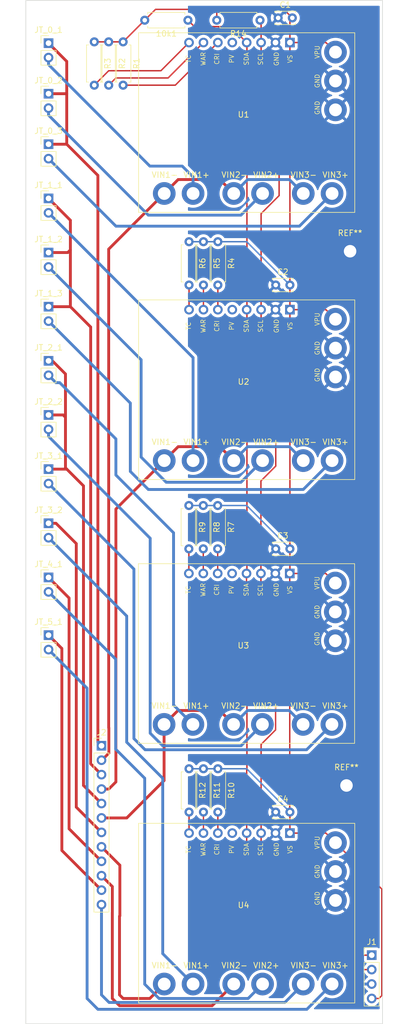
<source format=kicad_pcb>
(kicad_pcb (version 20211014) (generator pcbnew)
  (layers (0 "F.Cu" signal) (31 "B.Cu" signal) (34 "B.Paste" user) (35 "F.Paste" user) (36 "B.SilkS" user "B.Silkscreen") (37 "F.SilkS" user "F.Silkscreen") (38 "B.Mask" user) (39 "F.Mask" user) (44 "Edge.Cuts" user))
  (net 0 "")
  (net 1 "I2C3_SDA")
  (net 2 "3V3")
  (net 3 "GND")
  (net 4 "I4B")
  (net 5 "I5B")
  (net 6 "I6B")
  (net 7 "I1B")
  (net 8 "I2B")
  (net 9 "I3B")
  (net 10 "I7B")
  (net 11 "I8B")
  (net 12 "I9B")
  (net 13 "I10B")
  (net 14 "I11B")
  (net 15 "I12B")
  (net 16 "TRACK0_0")
  (net 17 "TRACK1_0")
  (net 18 "TRACK2_0")
  (net 19 "TRACK3_0")
  (net 20 "TRACK4_0")
  (net 21 "TRACK5_0")
  (net 22 "Net-(R1-Pad2)")
  (net 23 "Net-(R2-Pad2)")
  (net 24 "Net-(R3-Pad2)")
  (net 25 "Net-(R4-Pad2)")
  (net 26 "Net-(R5-Pad2)")
  (net 27 "Net-(R6-Pad2)")
  (net 28 "I2C3_SCL")
  (net 29 "Net-(R10-Pad2)")
  (net 30 "Net-(R11-Pad2)")
  (net 31 "Net-(R12-Pad2)")
  (net 32 "Net-(R8-Pad2)")
  (net 33 "Net-(R9-Pad2)")
  (net 34 "I1A")
  (net 39 "I4A")
  (net 40 "I7A")
  (net 41 "I10A")
  (net 42 "I11A")
  (net 43 "I12A")
  (net 44 "Net-(R7-Pad2)")
  (footprint "Connector_PinHeader_2.54mm:PinHeader_1x04_P2.54mm_Vertical" (layer "F.Cu") (at 160.655 175.895)
    (fp_text reference "J1" (at 0 -2.33) (layer "F.SilkS"))
    (fp_text value "Conn_01x04_Male")
    (pad "1" thru_hole rect locked (at 0 0) (size 1.7 1.7) (drill 1) (layers *.Cu *.Mask) (net 28 "I2C3_SCL"))
    (pad "2" thru_hole oval locked (at 0 2.54) (size 1.7 1.7) (drill 1) (layers *.Cu *.Mask) (net 1 "I2C3_SDA"))
    (pad "3" thru_hole oval locked (at 0 5.08) (size 1.7 1.7) (drill 1) (layers *.Cu *.Mask) (net 3 "GND"))
    (pad "4" thru_hole oval locked (at 0 7.62) (size 1.7 1.7) (drill 1) (layers *.Cu *.Mask) (net 2 "3V3"))
  )
  (footprint "Capacitor_THT:C_Disc_D3.4mm_W2.1mm_P2.50mm" (layer "F.Cu") (at 144.165 11.025)
    (fp_text reference "C1" (at 1.25 -2.3) (layer "F.SilkS"))
    (fp_text value "100nF")
    (pad "1" thru_hole circle locked (at 0 0) (size 1.6 1.6) (drill 0.8) (layers *.Cu *.Mask) (net 3 "GND"))
    (pad "2" thru_hole circle locked (at 2.5 0) (size 1.6 1.6) (drill 0.8) (layers *.Cu *.Mask) (net 2 "3V3"))
  )
  (footprint "Resistor_THT:R_Axial_DIN0207_L6.3mm_D2.5mm_P7.62mm_Horizontal" (layer "F.Cu") (at 130.97 96.8 -90)
    (fp_text reference "R8" (at 3.81 -2.37 90) (layer "F.SilkS"))
    (fp_text value "10k")
    (pad "1" thru_hole circle locked (at 0 0 270) (size 1.6 1.6) (drill 0.8) (layers *.Cu *.Mask) (net 2 "3V3"))
    (pad "2" thru_hole oval locked (at 7.62 0 270) (size 1.6 1.6) (drill 0.8) (layers *.Cu *.Mask) (net 32 "Net-(R8-Pad2)"))
  )
  (footprint "Connector_PinHeader_2.54mm:PinHeader_1x02_P2.54mm_Vertical" (layer "F.Cu") (at 103.695 61.825)
    (fp_text reference "JT_1_3" (at 0 -2.33) (layer "F.SilkS"))
    (fp_text value "Screw_Terminal_01x02")
    (pad "1" thru_hole rect locked (at 0 0) (size 1.7 1.7) (drill 1) (layers *.Cu *.Mask) (net 17 "TRACK1_0"))
    (pad "2" thru_hole oval locked (at 0 2.54) (size 1.7 1.7) (drill 1) (layers *.Cu *.Mask) (net 6 "I6B"))
  )
  (footprint "Jwm:INA3221_Module" (layer "F.Cu") (at 146.27 154.485)
    (fp_text reference "U4" (at -8.2 12.62) (layer "F.SilkS"))
    (fp_text value "INA3221_Module")
    (fp_text user "GND" (at 4.8 6.7 90) (layer "F.SilkS") (effects (font (size 0.8 0.8) (thickness 0.11))))
    (fp_text user "VIN3+" (at 8 23.22 -180) (layer "F.SilkS"))
    (fp_text user "VIN1-" (at -22.1 23.22 -180) (layer "F.SilkS"))
    (fp_text user "VPU" (at 4.8 1.62 90) (layer "F.SilkS") (effects (font (size 0.8 0.8) (thickness 0.11))))
    (fp_text user "CRI" (at -12.9 2.82 90) (layer "F.SilkS") (effects (font (size 0.8 0.8) (thickness 0.11))))
    (fp_text user "VIN2+" (at -4.2 23.22 -180) (layer "F.SilkS"))
    (fp_text user "GND" (at -2.4 2.82 90) (layer "F.SilkS") (effects (font (size 0.8 0.8) (thickness 0.11))))
    (fp_text user "VS" (at 0 2.82 90) (layer "F.SilkS") (effects (font (size 0.8 0.8) (thickness 0.11))))
    (fp_text user "TC" (at -17.9 2.82 90) (layer "F.SilkS") (effects (font (size 0.8 0.8) (thickness 0.11))))
    (fp_text user "VIN3-" (at 2.4 23.22 -180) (layer "F.SilkS"))
    (fp_text user "SDA" (at -7.7 2.82 90) (layer "F.SilkS") (effects (font (size 0.8 0.8) (thickness 0.11))))
    (fp_text user "PV" (at -10.3 2.82 90) (layer "F.SilkS") (effects (font (size 0.8 0.8) (thickness 0.11))))
    (fp_text user "VIN1+" (at -16.5 23.22 -180) (layer "F.SilkS"))
    (fp_text user "SCL" (at -5.2 2.82 90) (layer "F.SilkS") (effects (font (size 0.8 0.8) (thickness 0.11))))
    (fp_text user "WAR" (at -15.3 2.82 90) (layer "F.SilkS") (effects (font (size 0.8 0.8) (thickness 0.11))))
    (fp_text user "VIN2-" (at -9.8 23.22 -180) (layer "F.SilkS"))
    (fp_text user "GND" (at 4.8 11.42 90) (layer "F.SilkS") (effects (font (size 0.8 0.8) (thickness 0.11))))
    (pad "1" thru_hole rect locked (at -0.03 -0.06 180) (size 1.7 1.7) (drill 1) (layers *.Cu *.Mask) (net 2 "3V3"))
    (pad "2" thru_hole circle locked (at 8 6.7 180) (size 4 4) (drill 2.25) (layers *.Cu *.Mask) (net 3 "GND"))
    (pad "2" thru_hole circle locked (at -2.57 -0.06 180) (size 1.7 1.7) (drill 1) (layers *.Cu *.Mask) (net 3 "GND"))
    (pad "2" thru_hole circle locked (at 8 11.78 180) (size 4 4) (drill 2.25) (layers *.Cu *.Mask) (net 3 "GND"))
    (pad "3" thru_hole circle locked (at -5.11 -0.06 180) (size 1.7 1.7) (drill 1) (layers *.Cu *.Mask) (net 28 "I2C3_SCL"))
    (pad "4" thru_hole circle locked (at -7.65 -0.06 180) (size 1.7 1.7) (drill 1) (layers *.Cu *.Mask) (net 1 "I2C3_SDA"))
    (pad "5" thru_hole circle locked (at -10.19 -0.06 180) (size 1.7 1.7) (drill 1) (layers *.Cu *.Mask))
    (pad "6" thru_hole circle locked (at -12.73 -0.06 180) (size 1.7 1.7) (drill 1) (layers *.Cu *.Mask) (net 29 "Net-(R10-Pad2)"))
    (pad "7" thru_hole circle locked (at -15.27 -0.06 180) (size 1.7 1.7) (drill 1) (layers *.Cu *.Mask) (net 30 "Net-(R11-Pad2)"))
    (pad "8" thru_hole circle locked (at -17.81 -0.06 180) (size 1.7 1.7) (drill 1) (layers *.Cu *.Mask) (net 31 "Net-(R12-Pad2)"))
    (pad "9" thru_hole circle locked (at -22.18 26.49 180) (size 4 4) (drill 2.25) (layers *.Cu *.Mask) (net 41 "I10A"))
    (pad "10" thru_hole circle locked (at -17.1 26.49 180) (size 4 4) (drill 2.25) (layers *.Cu *.Mask) (net 13 "I10B"))
    (pad "11" thru_hole circle locked (at -9.93 26.49 180) (size 4 4) (drill 2.25) (layers *.Cu *.Mask) (net 42 "I11A"))
    (pad "12" thru_hole circle locked (at -4.85 26.49 180) (size 4 4) (drill 2.25) (layers *.Cu *.Mask) (net 14 "I11B"))
    (pad "13" thru_hole circle locked (at 2.32 26.49 180) (size 4 4) (drill 2.25) (layers *.Cu *.Mask) (net 43 "I12A"))
    (pad "14" thru_hole circle locked (at 7.4 26.49 180) (size 4 4) (drill 2.25) (layers *.Cu *.Mask) (net 15 "I12B"))
    (pad "15" thru_hole circle locked (at 8 1.62 180) (size 4 4) (drill 2.25) (layers *.Cu *.Mask) (net 2 "3V3"))
  )
  (footprint "Connector_PinHeader_2.54mm:PinHeader_1x02_P2.54mm_Vertical" (layer "F.Cu") (at 103.695 90.4)
    (fp_text reference "JT_3_1" (at 0 -2.33) (layer "F.SilkS"))
    (fp_text value "Screw_Terminal_01x02")
    (pad "1" thru_hole rect locked (at 0 0) (size 1.7 1.7) (drill 1) (layers *.Cu *.Mask) (net 18 "TRACK2_0"))
    (pad "2" thru_hole oval locked (at 0 2.54) (size 1.7 1.7) (drill 1) (layers *.Cu *.Mask) (net 12 "I9B"))
  )
  (footprint "Connector_PinHeader_2.54mm:PinHeader_1x02_P2.54mm_Vertical" (layer "F.Cu") (at 103.695 42.775)
    (fp_text reference "JT_1_1" (at 0 -2.33) (layer "F.SilkS"))
    (fp_text value "Screw_Terminal_01x02")
    (pad "1" thru_hole rect locked (at 0 0) (size 1.7 1.7) (drill 1) (layers *.Cu *.Mask) (net 17 "TRACK1_0"))
    (pad "2" thru_hole oval locked (at 0 2.54) (size 1.7 1.7) (drill 1) (layers *.Cu *.Mask) (net 4 "I4B"))
  )
  (footprint "Resistor_THT:R_Axial_DIN0207_L6.3mm_D2.5mm_P7.62mm_Horizontal" (layer "F.Cu") (at 128.46 143.105 -90)
    (fp_text reference "R12" (at 3.81 -2.37 90) (layer "F.SilkS"))
    (fp_text value "10k")
    (pad "1" thru_hole circle locked (at 0 0 270) (size 1.6 1.6) (drill 0.8) (layers *.Cu *.Mask) (net 2 "3V3"))
    (pad "2" thru_hole oval locked (at 7.62 0 270) (size 1.6 1.6) (drill 0.8) (layers *.Cu *.Mask) (net 31 "Net-(R12-Pad2)"))
  )
  (footprint "MountingHole:MountingHole_2.2mm_M2" (layer "F.Cu") (at 156.845 52.07)
    (fp_text reference "REF**" (at 0 -3.2) (layer "F.SilkS"))
    (fp_text value "MountingHole_2.2mm_M2")
    (pad "" np_thru_hole circle locked (at 0 0) (size 2.2 2.2) (drill 2.2) (layers *.Cu *.Mask))
  )
  (footprint "Resistor_THT:R_Axial_DIN0207_L6.3mm_D2.5mm_P7.62mm_Horizontal" (layer "F.Cu") (at 128.46 50.395 -90)
    (fp_text reference "R6" (at 3.81 -2.37 90) (layer "F.SilkS"))
    (fp_text value "10k")
    (pad "1" thru_hole circle locked (at 0 0 270) (size 1.6 1.6) (drill 0.8) (layers *.Cu *.Mask) (net 2 "3V3"))
    (pad "2" thru_hole oval locked (at 7.62 0 270) (size 1.6 1.6) (drill 0.8) (layers *.Cu *.Mask) (net 27 "Net-(R6-Pad2)"))
  )
  (footprint "Jwm:INA3221_Module" (layer "F.Cu") (at 146.24 108.815)
    (fp_text reference "U3" (at -8.2 12.62) (layer "F.SilkS"))
    (fp_text value "INA3221_Module")
    (fp_text user "VIN3+" (at 8 23.22 -180) (layer "F.SilkS"))
    (fp_text user "VS" (at 0 2.82 90) (layer "F.SilkS") (effects (font (size 0.8 0.8) (thickness 0.11))))
    (fp_text user "GND" (at 4.8 11.42 90) (layer "F.SilkS") (effects (font (size 0.8 0.8) (thickness 0.11))))
    (fp_text user "VIN2-" (at -9.8 23.22 -180) (layer "F.SilkS"))
    (fp_text user "GND" (at -2.4 2.82 90) (layer "F.SilkS") (effects (font (size 0.8 0.8) (thickness 0.11))))
    (fp_text user "PV" (at -10.3 2.82 90) (layer "F.SilkS") (effects (font (size 0.8 0.8) (thickness 0.11))))
    (fp_text user "VIN1-" (at -22.1 23.22 -180) (layer "F.SilkS"))
    (fp_text user "VIN3-" (at 2.4 23.22 -180) (layer "F.SilkS"))
    (fp_text user "VPU" (at 4.8 1.62 90) (layer "F.SilkS") (effects (font (size 0.8 0.8) (thickness 0.11))))
    (fp_text user "SDA" (at -7.7 2.82 90) (layer "F.SilkS") (effects (font (size 0.8 0.8) (thickness 0.11))))
    (fp_text user "VIN2+" (at -4.2 23.22 -180) (layer "F.SilkS"))
    (fp_text user "GND" (at 4.8 6.7 90) (layer "F.SilkS") (effects (font (size 0.8 0.8) (thickness 0.11))))
    (fp_text user "CRI" (at -12.9 2.82 90) (layer "F.SilkS") (effects (font (size 0.8 0.8) (thickness 0.11))))
    (fp_text user "TC" (at -17.9 2.82 90) (layer "F.SilkS") (effects (font (size 0.8 0.8) (thickness 0.11))))
    (fp_text user "WAR" (at -15.3 2.82 90) (layer "F.SilkS") (effects (font (size 0.8 0.8) (thickness 0.11))))
    (fp_text user "SCL" (at -5.2 2.82 90) (layer "F.SilkS") (effects (font (size 0.8 0.8) (thickness 0.11))))
    (fp_text user "VIN1+" (at -16.5 23.22 -180) (layer "F.SilkS"))
    (pad "1" thru_hole rect locked (at -0.03 -0.06 180) (size 1.7 1.7) (drill 1) (layers *.Cu *.Mask) (net 2 "3V3"))
    (pad "2" thru_hole circle locked (at 8 11.78 180) (size 4 4) (drill 2.25) (layers *.Cu *.Mask) (net 3 "GND"))
    (pad "2" thru_hole circle locked (at 8 6.7 180) (size 4 4) (drill 2.25) (layers *.Cu *.Mask) (net 3 "GND"))
    (pad "2" thru_hole circle locked (at -2.57 -0.06 180) (size 1.7 1.7) (drill 1) (layers *.Cu *.Mask) (net 3 "GND"))
    (pad "3" thru_hole circle locked (at -5.11 -0.06 180) (size 1.7 1.7) (drill 1) (layers *.Cu *.Mask) (net 28 "I2C3_SCL"))
    (pad "4" thru_hole circle locked (at -7.65 -0.06 180) (size 1.7 1.7) (drill 1) (layers *.Cu *.Mask) (net 1 "I2C3_SDA"))
    (pad "5" thru_hole circle locked (at -10.19 -0.06 180) (size 1.7 1.7) (drill 1) (layers *.Cu *.Mask))
    (pad "6" thru_hole circle locked (at -12.73 -0.06 180) (size 1.7 1.7) (drill 1) (layers *.Cu *.Mask) (net 44 "Net-(R7-Pad2)"))
    (pad "7" thru_hole circle locked (at -15.27 -0.06 180) (size 1.7 1.7) (drill 1) (layers *.Cu *.Mask) (net 32 "Net-(R8-Pad2)"))
    (pad "8" thru_hole circle locked (at -17.81 -0.06 180) (size 1.7 1.7) (drill 1) (layers *.Cu *.Mask) (net 33 "Net-(R9-Pad2)"))
    (pad "9" thru_hole circle locked (at -22.18 26.49 180) (size 4 4) (drill 2.25) (layers *.Cu *.Mask) (net 40 "I7A"))
    (pad "10" thru_hole circle locked (at -17.1 26.49 180) (size 4 4) (drill 2.25) (layers *.Cu *.Mask) (net 10 "I7B"))
    (pad "11" thru_hole circle locked (at -9.93 26.49 180) (size 4 4) (drill 2.25) (layers *.Cu *.Mask) (net 40 "I7A"))
    (pad "12" thru_hole circle locked (at -4.85 26.49 180) (size 4 4) (drill 2.25) (layers *.Cu *.Mask) (net 11 "I8B"))
    (pad "13" thru_hole circle locked (at 2.32 26.49 180) (size 4 4) (drill 2.25) (layers *.Cu *.Mask) (net 40 "I7A"))
    (pad "14" thru_hole circle locked (at 7.4 26.49 180) (size 4 4) (drill 2.25) (layers *.Cu *.Mask) (net 12 "I9B"))
    (pad "15" thru_hole circle locked (at 8 1.62 180) (size 4 4) (drill 2.25) (layers *.Cu *.Mask) (net 2 "3V3"))
  )
  (footprint "Connector_PinHeader_2.54mm:PinHeader_1x02_P2.54mm_Vertical" (layer "F.Cu") (at 103.695 24.36)
    (fp_text reference "JT_0_2" (at 0 -2.33) (layer "F.SilkS"))
    (fp_text value "Screw_Terminal_01x02")
    (pad "1" thru_hole rect locked (at 0 0) (size 1.7 1.7) (drill 1) (layers *.Cu *.Mask) (net 16 "TRACK0_0"))
    (pad "2" thru_hole oval locked (at 0 2.54) (size 1.7 1.7) (drill 1) (layers *.Cu *.Mask) (net 8 "I2B"))
  )
  (footprint "Resistor_THT:R_Axial_DIN0207_L6.3mm_D2.5mm_P7.62mm_Horizontal" (layer "F.Cu") (at 133.54 143.105 -90)
    (fp_text reference "R10" (at 3.81 -2.37 90) (layer "F.SilkS"))
    (fp_text value "10k")
    (pad "1" thru_hole circle locked (at 0 0 270) (size 1.6 1.6) (drill 0.8) (layers *.Cu *.Mask) (net 2 "3V3"))
    (pad "2" thru_hole oval locked (at 7.62 0 270) (size 1.6 1.6) (drill 0.8) (layers *.Cu *.Mask) (net 29 "Net-(R10-Pad2)"))
  )
  (footprint "Capacitor_THT:C_Disc_D3.4mm_W2.1mm_P2.50mm" (layer "F.Cu") (at 143.74 150.725)
    (fp_text reference "C4" (at 1.25 -2.3) (layer "F.SilkS"))
    (fp_text value "100nF")
    (pad "1" thru_hole circle locked (at 0 0) (size 1.6 1.6) (drill 0.8) (layers *.Cu *.Mask) (net 3 "GND"))
    (pad "2" thru_hole circle locked (at 2.5 0) (size 1.6 1.6) (drill 0.8) (layers *.Cu *.Mask) (net 2 "3V3"))
  )
  (footprint "Resistor_THT:R_Axial_DIN0207_L6.3mm_D2.5mm_P7.62mm_Horizontal" (layer "F.Cu") (at 128.43 96.8 -90)
    (fp_text reference "R9" (at 3.81 -2.37 90) (layer "F.SilkS"))
    (fp_text value "10k")
    (pad "1" thru_hole circle locked (at 0 0 270) (size 1.6 1.6) (drill 0.8) (layers *.Cu *.Mask) (net 2 "3V3"))
    (pad "2" thru_hole oval locked (at 7.62 0 270) (size 1.6 1.6) (drill 0.8) (layers *.Cu *.Mask) (net 33 "Net-(R9-Pad2)"))
  )
  (footprint "Resistor_THT:R_Axial_DIN0207_L6.3mm_D2.5mm_P7.62mm_Horizontal" (layer "F.Cu") (at 133.54 50.395 -90)
    (fp_text reference "R4" (at 3.81 -2.37 90) (layer "F.SilkS"))
    (fp_text value "10k")
    (pad "1" thru_hole circle locked (at 0 0 270) (size 1.6 1.6) (drill 0.8) (layers *.Cu *.Mask) (net 2 "3V3"))
    (pad "2" thru_hole oval locked (at 7.62 0 270) (size 1.6 1.6) (drill 0.8) (layers *.Cu *.Mask) (net 25 "Net-(R4-Pad2)"))
  )
  (footprint "Jwm:INA3221_Module" (layer "F.Cu") (at 146.27 62.41)
    (fp_text reference "U2" (at -8.2 12.62) (layer "F.SilkS"))
    (fp_text value "INA3221_Module")
    (fp_text user "GND" (at -2.4 2.82 90) (layer "F.SilkS") (effects (font (size 0.8 0.8) (thickness 0.11))))
    (fp_text user "VIN3+" (at 8 23.22 -180) (layer "F.SilkS"))
    (fp_text user "VIN2-" (at -9.8 23.22 -180) (layer "F.SilkS"))
    (fp_text user "GND" (at 4.8 11.42 90) (layer "F.SilkS") (effects (font (size 0.8 0.8) (thickness 0.11))))
    (fp_text user "SDA" (at -7.7 2.82 90) (layer "F.SilkS") (effects (font (size 0.8 0.8) (thickness 0.11))))
    (fp_text user "VIN1+" (at -16.5 23.22 -180) (layer "F.SilkS"))
    (fp_text user "PV" (at -10.3 2.82 90) (layer "F.SilkS") (effects (font (size 0.8 0.8) (thickness 0.11))))
    (fp_text user "TC" (at -17.9 2.82 90) (layer "F.SilkS") (effects (font (size 0.8 0.8) (thickness 0.11))))
    (fp_text user "GND" (at 4.8 6.7 90) (layer "F.SilkS") (effects (font (size 0.8 0.8) (thickness 0.11))))
    (fp_text user "SCL" (at -5.2 2.82 90) (layer "F.SilkS") (effects (font (size 0.8 0.8) (thickness 0.11))))
    (fp_text user "VIN3-" (at 2.4 23.22 -180) (layer "F.SilkS"))
    (fp_text user "VIN2+" (at -4.2 23.22 -180) (layer "F.SilkS"))
    (fp_text user "VS" (at 0 2.82 90) (layer "F.SilkS") (effects (font (size 0.8 0.8) (thickness 0.11))))
    (fp_text user "VPU" (at 4.8 1.62 90) (layer "F.SilkS") (effects (font (size 0.8 0.8) (thickness 0.11))))
    (fp_text user "VIN1-" (at -22.1 23.22 -180) (layer "F.SilkS"))
    (fp_text user "CRI" (at -12.9 2.82 90) (layer "F.SilkS") (effects (font (size 0.8 0.8) (thickness 0.11))))
    (fp_text user "WAR" (at -15.3 2.82 90) (layer "F.SilkS") (effects (font (size 0.8 0.8) (thickness 0.11))))
    (pad "1" thru_hole rect locked (at -0.03 -0.06 180) (size 1.7 1.7) (drill 1) (layers *.Cu *.Mask) (net 2 "3V3"))
    (pad "2" thru_hole circle locked (at 8 6.7 180) (size 4 4) (drill 2.25) (layers *.Cu *.Mask) (net 3 "GND"))
    (pad "2" thru_hole circle locked (at 8 11.78 180) (size 4 4) (drill 2.25) (layers *.Cu *.Mask) (net 3 "GND"))
    (pad "2" thru_hole circle locked (at -2.57 -0.06 180) (size 1.7 1.7) (drill 1) (layers *.Cu *.Mask) (net 3 "GND"))
    (pad "3" thru_hole circle locked (at -5.11 -0.06 180) (size 1.7 1.7) (drill 1) (layers *.Cu *.Mask) (net 28 "I2C3_SCL"))
    (pad "4" thru_hole circle locked (at -7.65 -0.06 180) (size 1.7 1.7) (drill 1) (layers *.Cu *.Mask) (net 1 "I2C3_SDA"))
    (pad "5" thru_hole circle locked (at -10.19 -0.06 180) (size 1.7 1.7) (drill 1) (layers *.Cu *.Mask))
    (pad "6" thru_hole circle locked (at -12.73 -0.06 180) (size 1.7 1.7) (drill 1) (layers *.Cu *.Mask) (net 25 "Net-(R4-Pad2)"))
    (pad "7" thru_hole circle locked (at -15.27 -0.06 180) (size 1.7 1.7) (drill 1) (layers *.Cu *.Mask) (net 26 "Net-(R5-Pad2)"))
    (pad "8" thru_hole circle locked (at -17.81 -0.06 180) (size 1.7 1.7) (drill 1) (layers *.Cu *.Mask) (net 27 "Net-(R6-Pad2)"))
    (pad "9" thru_hole circle locked (at -22.18 26.49 180) (size 4 4) (drill 2.25) (layers *.Cu *.Mask) (net 39 "I4A"))
    (pad "10" thru_hole circle locked (at -17.1 26.49 180) (size 4 4) (drill 2.25) (layers *.Cu *.Mask) (net 4 "I4B"))
    (pad "11" thru_hole circle locked (at -9.93 26.49 180) (size 4 4) (drill 2.25) (layers *.Cu *.Mask) (net 39 "I4A"))
    (pad "12" thru_hole circle locked (at -4.85 26.49 180) (size 4 4) (drill 2.25) (layers *.Cu *.Mask) (net 5 "I5B"))
    (pad "13" thru_hole circle locked (at 2.32 26.49 180) (size 4 4) (drill 2.25) (layers *.Cu *.Mask) (net 39 "I4A"))
    (pad "14" thru_hole circle locked (at 7.4 26.49 180) (size 4 4) (drill 2.25) (layers *.Cu *.Mask) (net 6 "I6B"))
    (pad "15" thru_hole circle locked (at 8 1.62 180) (size 4 4) (drill 2.25) (layers *.Cu *.Mask) (net 2 "3V3"))
  )
  (footprint "Connector_PinHeader_2.54mm:PinHeader_1x02_P2.54mm_Vertical" (layer "F.Cu") (at 103.695 80.87)
    (fp_text reference "JT_2_2" (at 0 -2.33) (layer "F.SilkS"))
    (fp_text value "Screw_Terminal_01x02")
    (pad "1" thru_hole rect locked (at 0 0) (size 1.7 1.7) (drill 1) (layers *.Cu *.Mask) (net 18 "TRACK2_0"))
    (pad "2" thru_hole oval locked (at 0 2.54) (size 1.7 1.7) (drill 1) (layers *.Cu *.Mask) (net 11 "I8B"))
  )
  (footprint "Resistor_THT:R_Axial_DIN0207_L6.3mm_D2.5mm_P7.62mm_Horizontal" (layer "F.Cu") (at 128.27 11.43 180)
    (fp_text reference "10k1" (at 3.81 -2.37) (layer "F.SilkS"))
    (fp_text value "R13")
    (pad "1" thru_hole circle locked (at 0 0 180) (size 1.6 1.6) (drill 0.8) (layers *.Cu *.Mask) (net 1 "I2C3_SDA"))
    (pad "2" thru_hole oval locked (at 7.62 0 180) (size 1.6 1.6) (drill 0.8) (layers *.Cu *.Mask) (net 2 "3V3"))
  )
  (footprint "Resistor_THT:R_Axial_DIN0207_L6.3mm_D2.5mm_P7.62mm_Horizontal" (layer "F.Cu") (at 131 50.395 -90)
    (fp_text reference "R5" (at 3.81 -2.37 90) (layer "F.SilkS"))
    (fp_text value "10k")
    (pad "1" thru_hole circle locked (at 0 0 270) (size 1.6 1.6) (drill 0.8) (layers *.Cu *.Mask) (net 2 "3V3"))
    (pad "2" thru_hole oval locked (at 7.62 0 270) (size 1.6 1.6) (drill 0.8) (layers *.Cu *.Mask) (net 26 "Net-(R5-Pad2)"))
  )
  (footprint "Capacitor_THT:C_Disc_D3.4mm_W2.1mm_P2.50mm" (layer "F.Cu") (at 143.74 104.42)
    (fp_text reference "C3" (at 1.25 -2.3) (layer "F.SilkS"))
    (fp_text value "100nF")
    (pad "1" thru_hole circle locked (at 0 0) (size 1.6 1.6) (drill 0.8) (layers *.Cu *.Mask) (net 3 "GND"))
    (pad "2" thru_hole circle locked (at 2.5 0) (size 1.6 1.6) (drill 0.8) (layers *.Cu *.Mask) (net 2 "3V3"))
  )
  (footprint "Resistor_THT:R_Axial_DIN0207_L6.3mm_D2.5mm_P7.62mm_Horizontal" (layer "F.Cu") (at 111.76 15.24 -90)
    (fp_text reference "R3" (at 3.81 -2.37 90) (layer "F.SilkS"))
    (fp_text value "10k")
    (pad "1" thru_hole circle locked (at 0 0 270) (size 1.6 1.6) (drill 0.8) (layers *.Cu *.Mask) (net 2 "3V3"))
    (pad "2" thru_hole oval locked (at 7.62 0 270) (size 1.6 1.6) (drill 0.8) (layers *.Cu *.Mask) (net 24 "Net-(R3-Pad2)"))
  )
  (footprint "Connector_PinHeader_2.54mm:PinHeader_1x02_P2.54mm_Vertical" (layer "F.Cu") (at 103.695 99.925)
    (fp_text reference "JT_3_2" (at 0 -2.33) (layer "F.SilkS"))
    (fp_text value "Screw_Terminal_01x02")
    (pad "1" thru_hole rect locked (at 0 0) (size 1.7 1.7) (drill 1) (layers *.Cu *.Mask) (net 19 "TRACK3_0"))
    (pad "2" thru_hole oval locked (at 0 2.54) (size 1.7 1.7) (drill 1) (layers *.Cu *.Mask) (net 13 "I10B"))
  )
  (footprint "Connector_PinHeader_2.54mm:PinHeader_1x12_P2.54mm_Vertical" (layer "F.Cu") (at 113.03 139.06)
    (fp_text reference "J2" (at 0 -2.33) (layer "F.SilkS"))
    (fp_text value "Conn_01x12_Male")
    (pad "1" thru_hole rect locked (at 0 0) (size 1.7 1.7) (drill 1) (layers *.Cu *.Mask) (net 16 "TRACK0_0"))
    (pad "2" thru_hole oval locked (at 0 2.54) (size 1.7 1.7) (drill 1) (layers *.Cu *.Mask) (net 34 "I1A"))
    (pad "3" thru_hole oval locked (at 0 5.08) (size 1.7 1.7) (drill 1) (layers *.Cu *.Mask) (net 17 "TRACK1_0"))
    (pad "4" thru_hole oval locked (at 0 7.62) (size 1.7 1.7) (drill 1) (layers *.Cu *.Mask) (net 39 "I4A"))
    (pad "5" thru_hole oval locked (at 0 10.16) (size 1.7 1.7) (drill 1) (layers *.Cu *.Mask) (net 18 "TRACK2_0"))
    (pad "6" thru_hole oval locked (at 0 12.7) (size 1.7 1.7) (drill 1) (layers *.Cu *.Mask) (net 40 "I7A"))
    (pad "7" thru_hole oval locked (at 0 15.24) (size 1.7 1.7) (drill 1) (layers *.Cu *.Mask) (net 19 "TRACK3_0"))
    (pad "8" thru_hole oval locked (at 0 17.78) (size 1.7 1.7) (drill 1) (layers *.Cu *.Mask) (net 41 "I10A"))
    (pad "9" thru_hole oval locked (at 0 20.32) (size 1.7 1.7) (drill 1) (layers *.Cu *.Mask) (net 20 "TRACK4_0"))
    (pad "10" thru_hole oval locked (at 0 22.86) (size 1.7 1.7) (drill 1) (layers *.Cu *.Mask) (net 42 "I11A"))
    (pad "11" thru_hole oval locked (at 0 25.4) (size 1.7 1.7) (drill 1) (layers *.Cu *.Mask) (net 21 "TRACK5_0"))
    (pad "12" thru_hole oval locked (at 0 27.94) (size 1.7 1.7) (drill 1) (layers *.Cu *.Mask) (net 43 "I12A"))
  )
  (footprint "Connector_PinHeader_2.54mm:PinHeader_1x02_P2.54mm_Vertical" (layer "F.Cu") (at 103.695 52.3)
    (fp_text reference "JT_1_2" (at 0 -2.33) (layer "F.SilkS"))
    (fp_text value "Screw_Terminal_01x02")
    (pad "1" thru_hole rect locked (at 0 0) (size 1.7 1.7) (drill 1) (layers *.Cu *.Mask) (net 17 "TRACK1_0"))
    (pad "2" thru_hole oval locked (at 0 2.54) (size 1.7 1.7) (drill 1) (layers *.Cu *.Mask) (net 5 "I5B"))
  )
  (footprint "Resistor_THT:R_Axial_DIN0207_L6.3mm_D2.5mm_P7.62mm_Horizontal" (layer "F.Cu") (at 116.84 15.24 -90)
    (fp_text reference "R1" (at 3.81 -2.37 90) (layer "F.SilkS"))
    (fp_text value "10k")
    (pad "1" thru_hole circle locked (at 0 0 270) (size 1.6 1.6) (drill 0.8) (layers *.Cu *.Mask) (net 2 "3V3"))
    (pad "2" thru_hole oval locked (at 7.62 0 270) (size 1.6 1.6) (drill 0.8) (layers *.Cu *.Mask) (net 22 "Net-(R1-Pad2)"))
  )
  (footprint "Connector_PinHeader_2.54mm:PinHeader_1x02_P2.54mm_Vertical" (layer "F.Cu") (at 103.695 15.47)
    (fp_text reference "JT_0_1" (at 0 -2.33) (layer "F.SilkS"))
    (fp_text value "Screw_Terminal_01x02")
    (pad "1" thru_hole rect locked (at 0 0) (size 1.7 1.7) (drill 1) (layers *.Cu *.Mask) (net 16 "TRACK0_0"))
    (pad "2" thru_hole oval locked (at 0 2.54) (size 1.7 1.7) (drill 1) (layers *.Cu *.Mask) (net 7 "I1B"))
  )
  (footprint "Resistor_THT:R_Axial_DIN0207_L6.3mm_D2.5mm_P7.62mm_Horizontal" (layer "F.Cu") (at 133.51 96.8 -90)
    (fp_text reference "R7" (at 3.81 -2.37 90) (layer "F.SilkS"))
    (fp_text value "10k")
    (pad "1" thru_hole circle locked (at 0 0 270) (size 1.6 1.6) (drill 0.8) (layers *.Cu *.Mask) (net 2 "3V3"))
    (pad "2" thru_hole oval locked (at 7.62 0 270) (size 1.6 1.6) (drill 0.8) (layers *.Cu *.Mask) (net 44 "Net-(R7-Pad2)"))
  )
  (footprint "Capacitor_THT:C_Disc_D3.4mm_W2.1mm_P2.50mm" (layer "F.Cu") (at 143.74 58.015)
    (fp_text reference "C2" (at 1.25 -2.3) (layer "F.SilkS"))
    (fp_text value "100nF")
    (pad "1" thru_hole circle locked (at 0 0) (size 1.6 1.6) (drill 0.8) (layers *.Cu *.Mask) (net 3 "GND"))
    (pad "2" thru_hole circle locked (at 2.5 0) (size 1.6 1.6) (drill 0.8) (layers *.Cu *.Mask) (net 2 "3V3"))
  )
  (footprint "Connector_PinHeader_2.54mm:PinHeader_1x02_P2.54mm_Vertical" (layer "F.Cu") (at 103.695 119.605)
    (fp_text reference "JT_5_1" (at 0 -2.33) (layer "F.SilkS"))
    (fp_text value "Screw_Terminal_01x02")
    (pad "1" thru_hole rect locked (at 0 0) (size 1.7 1.7) (drill 1) (layers *.Cu *.Mask) (net 21 "TRACK5_0"))
    (pad "2" thru_hole oval locked (at 0 2.54) (size 1.7 1.7) (drill 1) (layers *.Cu *.Mask) (net 15 "I12B"))
  )
  (footprint "Connector_PinHeader_2.54mm:PinHeader_1x02_P2.54mm_Vertical" (layer "F.Cu") (at 103.695 33.245)
    (fp_text reference "JT_0_3" (at 0 -2.33) (layer "F.SilkS"))
    (fp_text value "Screw_Terminal_01x02")
    (pad "1" thru_hole rect locked (at 0 0) (size 1.7 1.7) (drill 1) (layers *.Cu *.Mask) (net 16 "TRACK0_0"))
    (pad "2" thru_hole oval locked (at 0 2.54) (size 1.7 1.7) (drill 1) (layers *.Cu *.Mask) (net 9 "I3B"))
  )
  (footprint "Resistor_THT:R_Axial_DIN0207_L6.3mm_D2.5mm_P7.62mm_Horizontal" (layer "F.Cu") (at 140.97 11.43 180)
    (fp_text reference "R14" (at 3.81 -2.37) (layer "F.SilkS"))
    (fp_text value "10k")
    (pad "1" thru_hole circle locked (at 0 0 180) (size 1.6 1.6) (drill 0.8) (layers *.Cu *.Mask) (net 28 "I2C3_SCL"))
    (pad "2" thru_hole oval locked (at 7.62 0 180) (size 1.6 1.6) (drill 0.8) (layers *.Cu *.Mask) (net 2 "3V3"))
  )
  (footprint "Jwm:INA3221_Module" (layer "F.Cu") (at 146.27 15.42)
    (fp_text reference "U1" (at -8.2 12.62) (layer "F.SilkS"))
    (fp_text value "INA3221_Module")
    (fp_text user "VS" (at 0 2.82 90) (layer "F.SilkS") (effects (font (size 0.8 0.8) (thickness 0.11))))
    (fp_text user "GND" (at 4.8 6.7 90) (layer "F.SilkS") (effects (font (size 0.8 0.8) (thickness 0.11))))
    (fp_text user "PV" (at -10.3 2.82 90) (layer "F.SilkS") (effects (font (size 0.8 0.8) (thickness 0.11))))
    (fp_text user "VIN2-" (at -9.8 23.22 -180) (layer "F.SilkS"))
    (fp_text user "GND" (at -2.4 2.82 90) (layer "F.SilkS") (effects (font (size 0.8 0.8) (thickness 0.11))))
    (fp_text user "VPU" (at 4.8 1.62 90) (layer "F.SilkS") (effects (font (size 0.8 0.8) (thickness 0.11))))
    (fp_text user "SCL" (at -5.2 2.82 90) (layer "F.SilkS") (effects (font (size 0.8 0.8) (thickness 0.11))))
    (fp_text user "VIN3+" (at 8 23.22 -180) (layer "F.SilkS"))
    (fp_text user "VIN3-" (at 2.4 23.22 -180) (layer "F.SilkS"))
    (fp_text user "VIN2+" (at -4.2 23.22 -180) (layer "F.SilkS"))
    (fp_text user "VIN1-" (at -22.1 23.22 -180) (layer "F.SilkS"))
    (fp_text user "GND" (at 4.8 11.42 90) (layer "F.SilkS") (effects (font (size 0.8 0.8) (thickness 0.11))))
    (fp_text user "CRI" (at -12.9 2.82 90) (layer "F.SilkS") (effects (font (size 0.8 0.8) (thickness 0.11))))
    (fp_text user "VIN1+" (at -16.5 23.22 -180) (layer "F.SilkS"))
    (fp_text user "SDA" (at -7.7 2.82 90) (layer "F.SilkS") (effects (font (size 0.8 0.8) (thickness 0.11))))
    (fp_text user "TC" (at -17.9 2.82 90) (layer "F.SilkS") (effects (font (size 0.8 0.8) (thickness 0.11))))
    (fp_text user "WAR" (at -15.3 2.82 90) (layer "F.SilkS") (effects (font (size 0.8 0.8) (thickness 0.11))))
    (pad "1" thru_hole rect locked (at -0.03 -0.06 180) (size 1.7 1.7) (drill 1) (layers *.Cu *.Mask) (net 2 "3V3"))
    (pad "2" thru_hole circle locked (at -2.57 -0.06 180) (size 1.7 1.7) (drill 1) (layers *.Cu *.Mask) (net 3 "GND"))
    (pad "2" thru_hole circle locked (at 8 11.78 180) (size 4 4) (drill 2.25) (layers *.Cu *.Mask) (net 3 "GND"))
    (pad "2" thru_hole circle locked (at 8 6.7 180) (size 4 4) (drill 2.25) (layers *.Cu *.Mask) (net 3 "GND"))
    (pad "3" thru_hole circle locked (at -5.11 -0.06 180) (size 1.7 1.7) (drill 1) (layers *.Cu *.Mask) (net 28 "I2C3_SCL"))
    (pad "4" thru_hole circle locked (at -7.65 -0.06 180) (size 1.7 1.7) (drill 1) (layers *.Cu *.Mask) (net 1 "I2C3_SDA"))
    (pad "5" thru_hole circle locked (at -10.19 -0.06 180) (size 1.7 1.7) (drill 1) (layers *.Cu *.Mask))
    (pad "6" thru_hole circle locked (at -12.73 -0.06 180) (size 1.7 1.7) (drill 1) (layers *.Cu *.Mask) (net 22 "Net-(R1-Pad2)"))
    (pad "7" thru_hole circle locked (at -15.27 -0.06 180) (size 1.7 1.7) (drill 1) (layers *.Cu *.Mask) (net 23 "Net-(R2-Pad2)"))
    (pad "8" thru_hole circle locked (at -17.81 -0.06 180) (size 1.7 1.7) (drill 1) (layers *.Cu *.Mask) (net 24 "Net-(R3-Pad2)"))
    (pad "9" thru_hole circle locked (at -22.18 26.49 180) (size 4 4) (drill 2.25) (layers *.Cu *.Mask) (net 34 "I1A"))
    (pad "10" thru_hole circle locked (at -17.1 26.49 180) (size 4 4) (drill 2.25) (layers *.Cu *.Mask) (net 7 "I1B"))
    (pad "11" thru_hole circle locked (at -9.93 26.49 180) (size 4 4) (drill 2.25) (layers *.Cu *.Mask) (net 34 "I1A"))
    (pad "12" thru_hole circle locked (at -4.85 26.49 180) (size 4 4) (drill 2.25) (layers *.Cu *.Mask) (net 8 "I2B"))
    (pad "13" thru_hole circle locked (at 2.32 26.49 180) (size 4 4) (drill 2.25) (layers *.Cu *.Mask) (net 34 "I1A"))
    (pad "14" thru_hole circle locked (at 7.4 26.49 180) (size 4 4) (drill 2.25) (layers *.Cu *.Mask) (net 9 "I3B"))
    (pad "15" thru_hole circle locked (at 8 1.62 180) (size 4 4) (drill 2.25) (layers *.Cu *.Mask) (net 2 "3V3"))
  )
  (footprint "Connector_PinHeader_2.54mm:PinHeader_1x02_P2.54mm_Vertical" (layer "F.Cu") (at 103.695 71.35)
    (fp_text reference "JT_2_1" (at 0 -2.33) (layer "F.SilkS"))
    (fp_text value "Screw_Terminal_01x02")
    (pad "1" thru_hole rect locked (at 0 0) (size 1.7 1.7) (drill 1) (layers *.Cu *.Mask) (net 18 "TRACK2_0"))
    (pad "2" thru_hole oval locked (at 0 2.54) (size 1.7 1.7) (drill 1) (layers *.Cu *.Mask) (net 10 "I7B"))
  )
  (footprint "MountingHole:MountingHole_2.2mm_M2" (layer "F.Cu") (at 156.21 146.05)
    (fp_text reference "REF**" (at 0 -3.2) (layer "F.SilkS"))
    (fp_text value "MountingHole_2.2mm_M2")
    (pad "" np_thru_hole circle locked (at 0 0) (size 2.2 2.2) (drill 2.2) (layers *.Cu *.Mask))
  )
  (footprint "Resistor_THT:R_Axial_DIN0207_L6.3mm_D2.5mm_P7.62mm_Horizontal" (layer "F.Cu") (at 114.3 15.24 -90)
    (fp_text reference "R2" (at 3.81 -2.37 90) (layer "F.SilkS"))
    (fp_text value "10k")
    (pad "1" thru_hole circle locked (at 0 0 270) (size 1.6 1.6) (drill 0.8) (layers *.Cu *.Mask) (net 2 "3V3"))
    (pad "2" thru_hole oval locked (at 7.62 0 270) (size 1.6 1.6) (drill 0.8) (layers *.Cu *.Mask) (net 23 "Net-(R2-Pad2)"))
  )
  (footprint "Resistor_THT:R_Axial_DIN0207_L6.3mm_D2.5mm_P7.62mm_Horizontal" (layer "F.Cu") (at 131 143.105 -90)
    (fp_text reference "R11" (at 3.81 -2.37 90) (layer "F.SilkS"))
    (fp_text value "10k")
    (pad "1" thru_hole circle locked (at 0 0 270) (size 1.6 1.6) (drill 0.8) (layers *.Cu *.Mask) (net 2 "3V3"))
    (pad "2" thru_hole oval locked (at 7.62 0 270) (size 1.6 1.6) (drill 0.8) (layers *.Cu *.Mask) (net 30 "Net-(R11-Pad2)"))
  )
  (footprint "Connector_PinHeader_2.54mm:PinHeader_1x02_P2.54mm_Vertical" (layer "F.Cu") (at 103.695 109.45)
    (fp_text reference "JT_4_1" (at 0 -2.33) (layer "F.SilkS"))
    (fp_text value "Screw_Terminal_01x02")
    (pad "1" thru_hole rect locked (at 0 0) (size 1.7 1.7) (drill 1) (layers *.Cu *.Mask) (net 20 "TRACK4_0"))
    (pad "2" thru_hole oval locked (at 0 2.54) (size 1.7 1.7) (drill 1) (layers *.Cu *.Mask) (net 14 "I11B"))
  )
  (gr_rect (start 99.695 7.96) (end 162.56 187.96) (layer "Edge.Cuts") (width 0.1) (fill none))
  (segment (start 157.48 178.435) (end 138.62 159.575) (width 0.25) (layer "F.Cu") (net 1))
  (segment (start 138.62 62.35) (end 138.664511 62.305489) (width 0.25) (layer "F.Cu") (net 1))
  (segment (start 138.59 115.83) (end 138.664511 115.904511) (width 0.25) (layer "F.Cu") (net 1))
  (segment (start 138.664511 115.904511) (end 138.664511 143.060489) (width 0.25) (layer "F.Cu") (net 1))
  (segment (start 129.394511 12.554511) (end 128.27 11.43) (width 0.25) (layer "F.Cu") (net 1))
  (segment (start 138.664511 15.404511) (end 138.62 15.36) (width 0.25) (layer "F.Cu") (net 1))
  (segment (start 138.664511 108.680489) (end 138.664511 62.394511) (width 0.25) (layer "F.Cu") (net 1))
  (segment (start 138.664511 143.060489) (end 138.62 143.105) (width 0.25) (layer "F.Cu") (net 1))
  (segment (start 138.59 115.83) (end 138.59 108.755) (width 0.25) (layer "F.Cu") (net 1))
  (segment (start 138.59 108.755) (end 138.664511 108.680489) (width 0.25) (layer "F.Cu") (net 1))
  (segment (start 138.62 15.36) (end 135.814511 12.554511) (width 0.25) (layer "F.Cu") (net 1))
  (segment (start 138.62 159.575) (end 138.62 154.425) (width 0.25) (layer "F.Cu") (net 1))
  (segment (start 138.62 154.425) (end 138.62 143.105) (width 0.25) (layer "F.Cu") (net 1))
  (segment (start 138.664511 62.394511) (end 138.62 62.35) (width 0.25) (layer "F.Cu") (net 1))
  (segment (start 160.655 178.435) (end 157.48 178.435) (width 0.25) (layer "F.Cu") (net 1))
  (segment (start 138.664511 62.305489) (end 138.664511 15.404511) (width 0.25) (layer "F.Cu") (net 1))
  (segment (start 135.814511 12.554511) (end 129.394511 12.554511) (width 0.25) (layer "F.Cu") (net 1))
  (segment (start 161.925 183.515) (end 162.43498 183.00502) (width 0.25) (layer "F.Cu") (net 2))
  (segment (start 145.165 9.525) (end 133.35 9.525) (width 0.25) (layer "F.Cu") (net 2))
  (segment (start 146.21 150.695) (end 146.21 108.755) (width 0.25) (layer "F.Cu") (net 2))
  (segment (start 146.24 104.42) (end 146.24 108.725) (width 0.25) (layer "F.Cu") (net 2))
  (segment (start 146.24 150.725) (end 146.21 150.695) (width 0.25) (layer "F.Cu") (net 2))
  (segment (start 146.24 150.725) (end 146.24 154.425) (width 0.25) (layer "F.Cu") (net 2))
  (segment (start 160.655 183.515) (end 161.925 183.515) (width 0.25) (layer "F.Cu") (net 2))
  (segment (start 152.59 62.35) (end 154.27 64.03) (width 0.25) (layer "F.Cu") (net 2))
  (segment (start 146.24 154.425) (end 152.59 154.425) (width 0.25) (layer "F.Cu") (net 2))
  (segment (start 146.24 11.45) (end 146.665 11.025) (width 0.25) (layer "F.Cu") (net 2))
  (segment (start 116.84 15.24) (end 114.3 15.24) (width 0.25) (layer "F.Cu") (net 2))
  (segment (start 133.35 11.43) (end 133.35 9.525) (width 0.25) (layer "F.Cu") (net 2))
  (segment (start 146.24 62.35) (end 152.59 62.35) (width 0.25) (layer "F.Cu") (net 2))
  (segment (start 146.24 15.36) (end 152.59 15.36) (width 0.25) (layer "F.Cu") (net 2))
  (segment (start 114.3 15.24) (end 111.76 15.24) (width 0.25) (layer "F.Cu") (net 2))
  (segment (start 120.65 11.43) (end 116.84 15.24) (width 0.25) (layer "F.Cu") (net 2))
  (segment (start 152.56 108.755) (end 154.24 110.435) (width 0.25) (layer "F.Cu") (net 2))
  (segment (start 133.35 9.525) (end 122.555 9.525) (width 0.25) (layer "F.Cu") (net 2))
  (segment (start 146.24 108.725) (end 146.21 108.755) (width 0.25) (layer "F.Cu") (net 2))
  (segment (start 146.21 108.755) (end 152.56 108.755) (width 0.25) (layer "F.Cu") (net 2))
  (segment (start 162.43498 183.00502) (end 162.43498 164.26998) (width 0.25) (layer "F.Cu") (net 2))
  (segment (start 146.24 58.015) (end 146.24 15.36) (width 0.25) (layer "F.Cu") (net 2))
  (segment (start 152.59 15.36) (end 154.27 17.04) (width 0.25) (layer "F.Cu") (net 2))
  (segment (start 146.24 15.36) (end 146.24 11.45) (width 0.25) (layer "F.Cu") (net 2))
  (segment (start 146.24 104.42) (end 146.24 62.35) (width 0.25) (layer "F.Cu") (net 2))
  (segment (start 152.59 154.425) (end 154.27 156.105) (width 0.25) (layer "F.Cu") (net 2))
  (segment (start 162.43498 164.26998) (end 154.27 156.105) (width 0.25) (layer "F.Cu") (net 2))
  (segment (start 146.665 11.025) (end 145.165 9.525) (width 0.25) (layer "F.Cu") (net 2))
  (segment (start 122.555 9.525) (end 120.65 11.43) (width 0.25) (layer "F.Cu") (net 2))
  (segment (start 146.24 62.35) (end 146.24 58.015) (width 0.25) (layer "F.Cu") (net 2))
  (segment (start 138.62 143.105) (end 133.54 143.105) (width 0.25) (layer "B.Cu") (net 2))
  (segment (start 131 143.105) (end 128.46 143.105) (width 0.25) (layer "B.Cu") (net 2))
  (segment (start 133.51 96.8) (end 138.62 96.8) (width 0.25) (layer "B.Cu") (net 2))
  (segment (start 128.43 96.8) (end 130.97 96.8) (width 0.25) (layer "B.Cu") (net 2))
  (segment (start 133.54 143.105) (end 131 143.105) (width 0.25) (layer "B.Cu") (net 2))
  (segment (start 131 50.395) (end 133.54 50.395) (width 0.25) (layer "B.Cu") (net 2))
  (segment (start 130.97 96.8) (end 133.51 96.8) (width 0.25) (layer "B.Cu") (net 2))
  (segment (start 138.62 50.395) (end 146.24 58.015) (width 0.25) (layer "B.Cu") (net 2))
  (segment (start 128.46 50.395) (end 131 50.395) (width 0.25) (layer "B.Cu") (net 2))
  (segment (start 138.62 96.8) (end 146.24 104.42) (width 0.25) (layer "B.Cu") (net 2))
  (segment (start 133.54 50.395) (end 138.62 50.395) (width 0.25) (layer "B.Cu") (net 2))
  (segment (start 146.24 150.725) (end 138.62 143.105) (width 0.25) (layer "B.Cu") (net 2))
  (segment (start 129.17 70.79) (end 129.17 88.9) (width 0.5) (layer "B.Cu") (net 4))
  (segment (start 103.695 45.315) (end 129.17 70.79) (width 0.5) (layer "B.Cu") (net 4))
  (segment (start 137.61 92.71) (end 141.42 88.9) (width 0.5) (layer "B.Cu") (net 5))
  (segment (start 120.015 71.16) (end 120.015 88.289133) (width 0.5) (layer "B.Cu") (net 5))
  (segment (start 120.015 88.289133) (end 124.435867 92.71) (width 0.5) (layer "B.Cu") (net 5))
  (segment (start 103.695 54.84) (end 120.015 71.16) (width 0.5) (layer "B.Cu") (net 5))
  (segment (start 124.435867 92.71) (end 137.61 92.71) (width 0.5) (layer "B.Cu") (net 5))
  (segment (start 148.59 93.98) (end 153.67 88.9) (width 0.5) (layer "B.Cu") (net 6))
  (segment (start 118.11 78.78) (end 118.11 90.805) (width 0.5) (layer "B.Cu") (net 6))
  (segment (start 103.695 64.365) (end 118.11 78.78) (width 0.5) (layer "B.Cu") (net 6))
  (segment (start 121.285 93.98) (end 148.59 93.98) (width 0.5) (layer "B.Cu") (net 6))
  (segment (start 118.11 90.805) (end 121.285 93.98) (width 0.5) (layer "B.Cu") (net 6))
  (segment (start 103.695 19.24) (end 121.55 37.095) (width 0.5) (layer "B.Cu") (net 7))
  (segment (start 103.695 18.01) (end 103.695 19.24) (width 0.5) (layer "B.Cu") (net 7))
  (segment (start 129.17 41.91) (end 129.17 39) (width 0.5) (layer "B.Cu") (net 7))
  (segment (start 129.17 39) (end 127.265 37.095) (width 0.5) (layer "B.Cu") (net 7))
  (segment (start 121.55 37.095) (end 127.265 37.095) (width 0.5) (layer "B.Cu") (net 7))
  (segment (start 103.695 26.9) (end 103.695 28.13) (width 0.5) (layer "B.Cu") (net 8))
  (segment (start 103.695 28.13) (end 121.285 45.72) (width 0.5) (layer "B.Cu") (net 8))
  (segment (start 137.61 45.72) (end 141.42 41.91) (width 0.5) (layer "B.Cu") (net 8))
  (segment (start 121.285 45.72) (end 137.61 45.72) (width 0.5) (layer "B.Cu") (net 8))
  (segment (start 115.57 47.66) (end 147.92 47.66) (width 0.5) (layer "B.Cu") (net 9))
  (segment (start 103.695 35.785) (end 115.57 47.66) (width 0.5) (layer "B.Cu") (net 9))
  (segment (start 147.92 47.66) (end 153.67 41.91) (width 0.5) (layer "B.Cu") (net 9))
  (segment (start 115.57 91.44) (end 115.57 85.09) (width 0.5) (layer "B.Cu") (net 10))
  (segment (start 129.14 135.305) (end 125.73 131.895) (width 0.5) (layer "B.Cu") (net 10))
  (segment (start 115.57 85.09) (end 105.669511 75.189511) (width 0.5) (layer "B.Cu") (net 10))
  (segment (start 105.669511 75.189511) (end 104.994511 75.189511) (width 0.5) (layer "B.Cu") (net 10))
  (segment (start 125.73 131.895) (end 125.73 101.6) (width 0.5) (layer "B.Cu") (net 10))
  (segment (start 125.73 101.6) (end 115.57 91.44) (width 0.5) (layer "B.Cu") (net 10))
  (segment (start 104.994511 75.189511) (end 103.695 73.89) (width 0.5) (layer "B.Cu") (net 10))
  (segment (start 121.610489 136.850489) (end 121.610489 102.560489) (width 0.5) (layer "B.Cu") (net 11))
  (segment (start 141.39 135.305) (end 137.63 139.065) (width 0.5) (layer "B.Cu") (net 11))
  (segment (start 121.610489 102.560489) (end 103.695 84.645) (width 0.5) (layer "B.Cu") (net 11))
  (segment (start 123.825 139.065) (end 121.610489 136.850489) (width 0.5) (layer "B.Cu") (net 11))
  (segment (start 137.63 139.065) (end 123.825 139.065) (width 0.5) (layer "B.Cu") (net 11))
  (segment (start 103.695 84.645) (end 103.695 83.41) (width 0.5) (layer "B.Cu") (net 11))
  (segment (start 149.18048 139.76452) (end 153.64 135.305) (width 0.5) (layer "B.Cu") (net 12))
  (segment (start 120.71452 139.76452) (end 149.18048 139.76452) (width 0.5) (layer "B.Cu") (net 12))
  (segment (start 118.745 137.795) (end 120.71452 139.76452) (width 0.5) (layer "B.Cu") (net 12))
  (segment (start 103.695 92.94) (end 118.745 107.99) (width 0.5) (layer "B.Cu") (net 12))
  (segment (start 118.745 107.99) (end 118.745 137.795) (width 0.5) (layer "B.Cu") (net 12))
  (segment (start 117.475 116.245) (end 117.475 138.43) (width 0.5) (layer "B.Cu") (net 13))
  (segment (start 117.475 138.43) (end 123.825 144.78) (width 0.5) (layer "B.Cu") (net 13))
  (segment (start 123.825 144.78) (end 123.825 175.63) (width 0.5) (layer "B.Cu") (net 13))
  (segment (start 123.825 175.63) (end 129.17 180.975) (width 0.5) (layer "B.Cu") (net 13))
  (segment (start 103.695 102.465) (end 117.475 116.245) (width 0.5) (layer "B.Cu") (net 13))
  (segment (start 115.53 139.66) (end 120.65 144.78) (width 0.5) (layer "B.Cu") (net 14))
  (segment (start 103.695 111.99) (end 115.53 123.825) (width 0.5) (layer "B.Cu") (net 14))
  (segment (start 138.88 183.515) (end 141.42 180.975) (width 0.5) (layer "B.Cu") (net 14))
  (segment (start 120.65 144.78) (end 120.65 180.999133) (width 0.5) (layer "B.Cu") (net 14))
  (segment (start 115.53 123.825) (end 115.53 139.66) (width 0.5) (layer "B.Cu") (net 14))
  (segment (start 123.165867 183.515) (end 138.88 183.515) (width 0.5) (layer "B.Cu") (net 14))
  (segment (start 120.65 180.999133) (end 123.165867 183.515) (width 0.5) (layer "B.Cu") (net 14))
  (segment (start 110.49 183.515) (end 112.395 185.42) (width 0.5) (layer "B.Cu") (net 15))
  (segment (start 103.695 122.145) (end 110.49 128.94) (width 0.5) (layer "B.Cu") (net 15))
  (segment (start 149.225 185.42) (end 153.67 180.975) (width 0.5) (layer "B.Cu") (net 15))
  (segment (start 112.395 185.42) (end 149.225 185.42) (width 0.5) (layer "B.Cu") (net 15))
  (segment (start 110.49 128.94) (end 110.49 183.515) (width 0.5) (layer "B.Cu") (net 15))
  (segment (start 112.395 38.735) (end 112.395 138.425) (width 0.5) (layer "F.Cu") (net 16))
  (segment (start 112.395 138.425) (end 113.03 139.06) (width 0.5) (layer "F.Cu") (net 16))
  (segment (start 106.905 33.245) (end 112.395 38.735) (width 0.5) (layer "F.Cu") (net 16))
  (segment (start 106.9 24.36) (end 106.905 24.355) (width 0.5) (layer "F.Cu") (net 16))
  (segment (start 103.695 33.245) (end 106.905 33.245) (width 0.5) (layer "F.Cu") (net 16))
  (segment (start 106.905 18.68) (end 106.905 24.355) (width 0.5) (layer "F.Cu") (net 16))
  (segment (start 103.695 24.36) (end 106.9 24.36) (width 0.5) (layer "F.Cu") (net 16))
  (segment (start 103.695 15.47) (end 106.905 18.68) (width 0.5) (layer "F.Cu") (net 16))
  (segment (start 106.905 24.355) (end 106.905 33.245) (width 0.5) (layer "F.Cu") (net 16))
  (segment (start 107.545 46.625) (end 107.545 51.84) (width 0.5) (layer "F.Cu") (net 17))
  (segment (start 107.545 51.84) (end 107.545 61.825) (width 0.5) (layer "F.Cu") (net 17))
  (segment (start 107.545 61.825) (end 111.125 65.405) (width 0.5) (layer "F.Cu") (net 17))
  (segment (start 103.695 42.775) (end 107.545 46.625) (width 0.5) (layer "F.Cu") (net 17))
  (segment (start 111.125 65.405) (end 111.125 142.235) (width 0.5) (layer "F.Cu") (net 17))
  (segment (start 103.695 61.825) (end 107.545 61.825) (width 0.5) (layer "F.Cu") (net 17))
  (segment (start 107.085 52.3) (end 107.545 51.84) (width 0.5) (layer "F.Cu") (net 17))
  (segment (start 111.125 142.235) (end 113.03 144.14) (width 0.5) (layer "F.Cu") (net 17))
  (segment (start 103.695 52.3) (end 107.085 52.3) (width 0.5) (layer "F.Cu") (net 17))
  (segment (start 103.695 90.4) (end 106.91 90.4) (width 0.5) (layer "F.Cu") (net 18))
  (segment (start 106.68 81.28) (end 106.68 73.66) (width 0.5) (layer "F.Cu") (net 18))
  (segment (start 106.27 80.87) (end 106.68 81.28) (width 0.5) (layer "F.Cu") (net 18))
  (segment (start 109.855 146.045) (end 113.03 149.22) (width 0.5) (layer "F.Cu") (net 18))
  (segment (start 106.91 90.4) (end 106.68 90.17) (width 0.5) (layer "F.Cu") (net 18))
  (segment (start 106.68 90.17) (end 106.68 81.28) (width 0.5) (layer "F.Cu") (net 18))
  (segment (start 103.695 80.87) (end 106.27 80.87) (width 0.5) (layer "F.Cu") (net 18))
  (segment (start 106.68 73.66) (end 104.37 71.35) (width 0.5) (layer "F.Cu") (net 18))
  (segment (start 109.855 93.345) (end 109.855 146.045) (width 0.5) (layer "F.Cu") (net 18))
  (segment (start 106.91 90.4) (end 109.855 93.345) (width 0.5) (layer "F.Cu") (net 18))
  (segment (start 104.37 71.35) (end 103.695 71.35) (width 0.5) (layer "F.Cu") (net 18))
  (segment (start 108.585 149.855) (end 113.03 154.3) (width 0.5) (layer "F.Cu") (net 19))
  (segment (start 108.585 103.505) (end 108.585 149.855) (width 0.5) (layer "F.Cu") (net 19))
  (segment (start 103.695 99.925) (end 105.005 99.925) (width 0.5) (layer "F.Cu") (net 19))
  (segment (start 105.005 99.925) (end 108.585 103.505) (width 0.5) (layer "F.Cu") (net 19))
  (segment (start 107.315 153.665) (end 113.03 159.38) (width 0.5) (layer "F.Cu") (net 20))
  (segment (start 103.695 109.45) (end 107.315 113.07) (width 0.5) (layer "F.Cu") (net 20))
  (segment (start 107.315 113.07) (end 107.315 153.665) (width 0.5) (layer "F.Cu") (net 20))
  (segment (start 106.045 121.955) (end 106.045 157.475) (width 0.5) (layer "F.Cu") (net 21))
  (segment (start 106.045 157.475) (end 113.03 164.46) (width 0.5) (layer "F.Cu") (net 21))
  (segment (start 103.695 119.605) (end 106.045 121.955) (width 0.5) (layer "F.Cu") (net 21))
  (segment (start 126.04 22.86) (end 133.54 15.36) (width 0.25) (layer "F.Cu") (net 22))
  (segment (start 116.84 22.86) (end 126.04 22.86) (width 0.25) (layer "F.Cu") (net 22))
  (segment (start 115.57 21.59) (end 114.3 22.86) (width 0.25) (layer "F.Cu") (net 23))
  (segment (start 124.77 21.59) (end 115.57 21.59) (width 0.25) (layer "F.Cu") (net 23))
  (segment (start 131 15.36) (end 124.77 21.59) (width 0.25) (layer "F.Cu") (net 23))
  (segment (start 128.46 15.36) (end 123.5 20.32) (width 0.25) (layer "F.Cu") (net 24))
  (segment (start 114.3 20.32) (end 111.76 22.86) (width 0.25) (layer "F.Cu") (net 24))
  (segment (start 123.5 20.32) (end 114.3 20.32) (width 0.25) (layer "F.Cu") (net 24))
  (segment (start 133.54 62.35) (end 133.54 58.015) (width 0.25) (layer "F.Cu") (net 25))
  (segment (start 131 62.35) (end 131 58.015) (width 0.25) (layer "F.Cu") (net 26))
  (segment (start 128.46 62.35) (end 128.46 58.015) (width 0.25) (layer "F.Cu") (net 27))
  (segment (start 141.16 15.36) (end 141.16 31.345) (width 0.25) (layer "F.Cu") (net 28))
  (segment (start 141.16 15.36) (end 141.16 11.62) (width 0.25) (layer "F.Cu") (net 28))
  (segment (start 141.13 92.477356) (end 143.744511 89.862845) (width 0.25) (layer "F.Cu") (net 28))
  (segment (start 141.16 77.065) (end 141.16 62.35) (width 0.25) (layer "F.Cu") (net 28))
  (segment (start 141.16 160.21) (end 141.16 154.425) (width 0.25) (layer "F.Cu") (net 28))
  (segment (start 143.714511 122.799511) (end 141.13 120.215) (width 0.25) (layer "F.Cu") (net 28))
  (segment (start 141.16 138.822356) (end 143.714511 136.267845) (width 0.25) (layer "F.Cu") (net 28))
  (segment (start 143.714511 136.267845) (end 143.714511 122.799511) (width 0.25) (layer "F.Cu") (net 28))
  (segment (start 141.16 154.425) (end 141.16 138.822356) (width 0.25) (layer "F.Cu") (net 28))
  (segment (start 143.744511 79.649511) (end 141.16 77.065) (width 0.25) (layer "F.Cu") (net 28))
  (segment (start 160.655 175.895) (end 156.845 175.895) (width 0.25) (layer "F.Cu") (net 28))
  (segment (start 141.16 45.457356) (end 141.16 62.35) (width 0.25) (layer "F.Cu") (net 28))
  (segment (start 144.335 34.52) (end 144.335 42.282356) (width 0.25) (layer "F.Cu") (net 28))
  (segment (start 141.16 11.62) (end 140.97 11.43) (width 0.25) (layer "F.Cu") (net 28))
  (segment (start 144.335 42.282356) (end 141.16 45.457356) (width 0.25) (layer "F.Cu") (net 28))
  (segment (start 141.13 108.755) (end 141.13 92.477356) (width 0.25) (layer "F.Cu") (net 28))
  (segment (start 156.845 175.895) (end 141.16 160.21) (width 0.25) (layer "F.Cu") (net 28))
  (segment (start 141.16 31.345) (end 144.335 34.52) (width 0.25) (layer "F.Cu") (net 28))
  (segment (start 143.744511 89.862845) (end 143.744511 79.649511) (width 0.25) (layer "F.Cu") (net 28))
  (segment (start 141.13 120.215) (end 141.13 108.755) (width 0.25) (layer "F.Cu") (net 28))
  (segment (start 133.54 154.425) (end 133.54 150.725) (width 0.25) (layer "F.Cu") (net 29))
  (segment (start 131 154.425) (end 131 150.725) (width 0.25) (layer "F.Cu") (net 30))
  (segment (start 128.46 154.425) (end 128.46 150.725) (width 0.25) (layer "F.Cu") (net 31))
  (segment (start 130.97 108.755) (end 130.97 104.42) (width 0.25) (layer "F.Cu") (net 32))
  (segment (start 128.43 108.755) (end 128.43 104.42) (width 0.25) (layer "F.Cu") (net 33))
  (segment (start 114.3 51.7) (end 114.3 135.89) (width 0.5) (layer "F.Cu") (net 34))
  (segment (start 113.089022 141.6) (end 113.03 141.6) (width 0.5) (layer "F.Cu") (net 34))
  (segment (start 114.329511 140.359511) (end 113.089022 141.6) (width 0.5) (layer "F.Cu") (net 34))
  (segment (start 124.09 41.91) (end 114.3 51.7) (width 0.5) (layer "F.Cu") (net 34))
  (segment (start 126.539511 39.460489) (end 133.890489 39.460489) (width 0.5) (layer "F.Cu") (net 34))
  (segment (start 124.09 41.91) (end 126.539511 39.460489) (width 0.5) (layer "F.Cu") (net 34))
  (segment (start 114.3 135.89) (end 114.329511 135.919511) (width 0.5) (layer "F.Cu") (net 34))
  (segment (start 133.890489 39.460489) (end 136.34 41.91) (width 0.5) (layer "F.Cu") (net 34))
  (segment (start 114.329511 135.919511) (end 114.329511 140.359511) (width 0.5) (layer "F.Cu") (net 34))
  (segment (start 146.140489 39.460489) (end 148.59 41.91) (width 0.5) (layer "B.Cu") (net 34))
  (segment (start 136.34 41.91) (end 138.789511 39.460489) (width 0.5) (layer "B.Cu") (net 34))
  (segment (start 138.789511 39.460489) (end 146.140489 39.460489) (width 0.5) (layer "B.Cu") (net 34))
  (segment (start 115.57 145.415) (end 114.305 146.68) (width 0.5) (layer "F.Cu") (net 39))
  (segment (start 124.09 88.9) (end 126.539511 86.450489) (width 0.5) (layer "F.Cu") (net 39))
  (segment (start 115.57 97.42) (end 115.57 145.415) (width 0.5) (layer "F.Cu") (net 39))
  (segment (start 124.09 88.9) (end 115.57 97.42) (width 0.5) (layer "F.Cu") (net 39))
  (segment (start 133.890489 86.450489) (end 136.34 88.9) (width 0.5) (layer "F.Cu") (net 39))
  (segment (start 126.539511 86.450489) (end 133.890489 86.450489) (width 0.5) (layer "F.Cu") (net 39))
  (segment (start 114.305 146.68) (end 113.03 146.68) (width 0.5) (layer "F.Cu") (net 39))
  (segment (start 136.34 88.9) (end 138.789511 86.450489) (width 0.5) (layer "B.Cu") (net 39))
  (segment (start 146.140489 86.450489) (end 148.59 88.9) (width 0.5) (layer "B.Cu") (net 39))
  (segment (start 138.789511 86.450489) (end 146.140489 86.450489) (width 0.5) (layer "B.Cu") (net 39))
  (segment (start 117.48 151.76) (end 124.06 145.18) (width 0.5) (layer "F.Cu") (net 40))
  (segment (start 124.06 145.18) (end 124.06 135.305) (width 0.5) (layer "F.Cu") (net 40))
  (segment (start 126.509511 132.855489) (end 133.860489 132.855489) (width 0.5) (layer "F.Cu") (net 40))
  (segment (start 113.03 151.76) (end 117.48 151.76) (width 0.5) (layer "F.Cu") (net 40))
  (segment (start 124.06 135.305) (end 126.509511 132.855489) (width 0.5) (layer "F.Cu") (net 40))
  (segment (start 133.860489 132.855489) (end 136.31 135.305) (width 0.5) (layer "F.Cu") (net 40))
  (segment (start 136.31 135.305) (end 138.759511 132.855489) (width 0.5) (layer "B.Cu") (net 40))
  (segment (start 138.759511 132.855489) (end 146.110489 132.855489) (width 0.5) (layer "B.Cu") (net 40))
  (segment (start 146.110489 132.855489) (end 148.56 135.305) (width 0.5) (layer "B.Cu") (net 40))
  (segment (start 116.269519 168.974519) (end 116.205 169.039038) (width 0.5) (layer "F.Cu") (net 41))
  (segment (start 116.205 169.039038) (end 116.205 182.88) (width 0.5) (layer "F.Cu") (net 41))
  (segment (start 116.84 183.515) (end 121.55 183.515) (width 0.5) (layer "F.Cu") (net 41))
  (segment (start 113.03 156.84) (end 116.269519 160.079519) (width 0.5) (layer "F.Cu") (net 41))
  (segment (start 116.269519 160.079519) (end 116.269519 168.974519) (width 0.5) (layer "F.Cu") (net 41))
  (segment (start 116.205 182.88) (end 116.84 183.515) (width 0.5) (layer "F.Cu") (net 41))
  (segment (start 121.55 183.515) (end 124.09 180.975) (width 0.5) (layer "F.Cu") (net 41))
  (segment (start 132.53 184.785) (end 136.34 180.975) (width 0.5) (layer "F.Cu") (net 42))
  (segment (start 116.205 184.785) (end 132.53 184.785) (width 0.5) (layer "F.Cu") (net 42))
  (segment (start 114.9375 163.8275) (end 114.9375 183.5175) (width 0.5) (layer "F.Cu") (net 42))
  (segment (start 114.9375 183.5175) (end 116.205 184.785) (width 0.5) (layer "F.Cu") (net 42))
  (segment (start 113.03 161.92) (end 114.9375 163.8275) (width 0.5) (layer "F.Cu") (net 42))
  (segment (start 145.35048 184.21452) (end 148.59 180.975) (width 0.5) (layer "B.Cu") (net 43))
  (segment (start 113.03 167) (end 113.03 182.88) (width 0.5) (layer "B.Cu") (net 43))
  (segment (start 114.36452 184.21452) (end 145.35048 184.21452) (width 0.5) (layer "B.Cu") (net 43))
  (segment (start 113.03 182.88) (end 114.36452 184.21452) (width 0.5) (layer "B.Cu") (net 43))
  (segment (start 133.51 108.755) (end 133.51 104.42) (width 0.25) (layer "F.Cu") (net 44))
  (zone (net 3) (net_name "GND") (layer "B.Cu") (name "masse") (connect_pads (clearance 0.508)) (min_thickness 0.254) (fill yes (thermal_gap 0.508) (thermal_bridge_width 0.508))
    (polygon (pts (xy 162.56 185.42) (xy 128.27 185.42) (xy 128.27 8.89) (xy 162.56 8.89)))
  )
)
</source>
